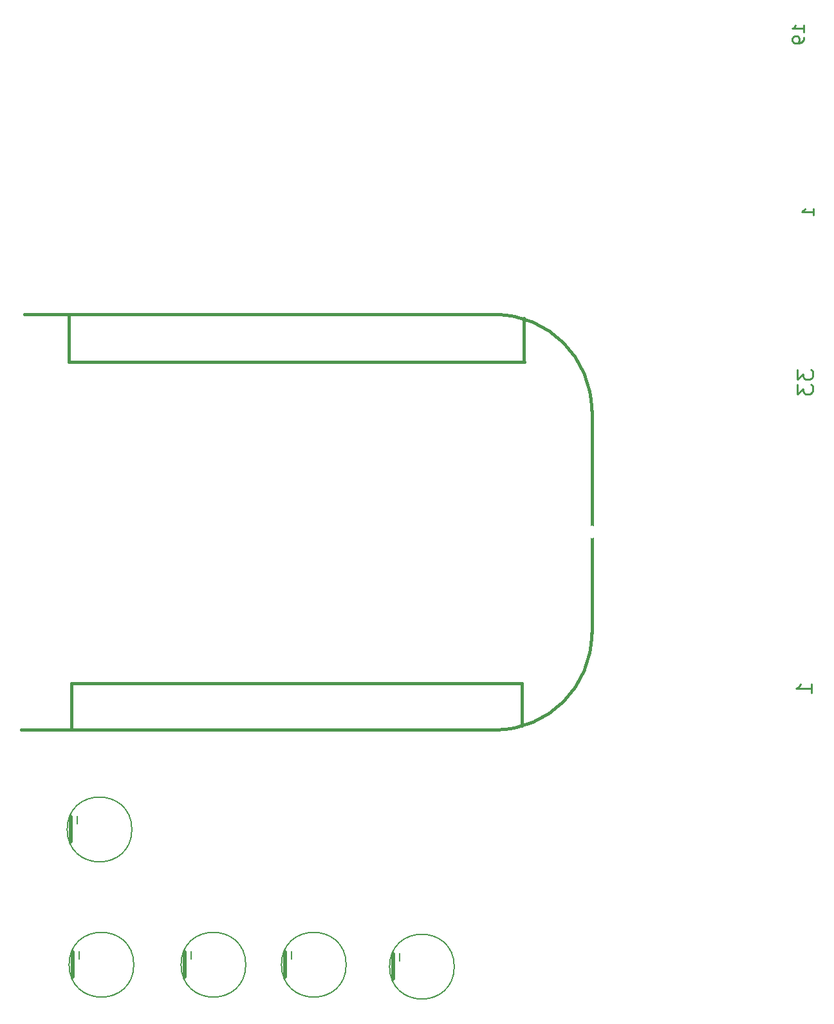
<source format=gbo>
%FSLAX34Y34*%
G04 Gerber Fmt 3.4, Leading zero omitted, Abs format*
G04 (created by PCBNEW (2014-02-12 BZR 4693)-product) date Sun 08 Jun 2014 08:36:32 PM EDT*
%MOIN*%
G01*
G70*
G90*
G04 APERTURE LIST*
%ADD10C,0.006000*%
%ADD11C,0.010000*%
%ADD12C,0.015000*%
%ADD13C,0.020000*%
%ADD14O,0.058724X0.069724*%
%ADD15R,0.058724X0.069724*%
%ADD16C,0.069724*%
%ADD17C,0.134724*%
%ADD18R,0.072724X0.072724*%
%ADD19C,0.072724*%
%ADD20R,0.404724X0.064724*%
%ADD21C,0.083424*%
%ADD22C,0.104724*%
%ADD23R,0.104724X0.104724*%
%ADD24R,0.084724X0.084724*%
%ADD25O,0.084724X0.084724*%
%ADD26O,0.072724X0.072724*%
%ADD27R,0.059724X0.059724*%
%ADD28C,0.059724*%
%ADD29C,0.191724*%
%ADD30R,0.074724X0.074724*%
%ADD31C,0.074724*%
%ADD32C,0.070724*%
%ADD33R,0.092724X0.092724*%
%ADD34R,0.059724X0.084724*%
%ADD35O,0.059724X0.084724*%
%ADD36R,0.084724X0.059724*%
%ADD37O,0.084724X0.059724*%
%ADD38C,0.114724*%
%ADD39C,0.161724*%
%ADD40C,0.064724*%
G04 APERTURE END LIST*
G54D10*
G54D11*
X87086Y-27702D02*
X87086Y-28197D01*
X87391Y-27930D01*
X87391Y-28045D01*
X87429Y-28121D01*
X87467Y-28159D01*
X87544Y-28197D01*
X87734Y-28197D01*
X87810Y-28159D01*
X87848Y-28121D01*
X87886Y-28045D01*
X87886Y-27816D01*
X87848Y-27740D01*
X87810Y-27702D01*
X87086Y-28464D02*
X87086Y-28959D01*
X87391Y-28692D01*
X87391Y-28807D01*
X87429Y-28883D01*
X87467Y-28921D01*
X87544Y-28959D01*
X87734Y-28959D01*
X87810Y-28921D01*
X87848Y-28883D01*
X87886Y-28807D01*
X87886Y-28578D01*
X87848Y-28502D01*
X87810Y-28464D01*
X87841Y-44433D02*
X87841Y-43976D01*
X87841Y-44205D02*
X87041Y-44205D01*
X87156Y-44128D01*
X87232Y-44052D01*
X87270Y-43976D01*
X87436Y-10220D02*
X87436Y-9877D01*
X87436Y-10049D02*
X86836Y-10049D01*
X86922Y-9992D01*
X86979Y-9935D01*
X87007Y-9877D01*
X87436Y-10506D02*
X87436Y-10620D01*
X87407Y-10677D01*
X87379Y-10706D01*
X87293Y-10763D01*
X87179Y-10792D01*
X86950Y-10792D01*
X86893Y-10763D01*
X86865Y-10735D01*
X86836Y-10677D01*
X86836Y-10563D01*
X86865Y-10506D01*
X86893Y-10477D01*
X86950Y-10449D01*
X87093Y-10449D01*
X87150Y-10477D01*
X87179Y-10506D01*
X87207Y-10563D01*
X87207Y-10677D01*
X87179Y-10735D01*
X87150Y-10763D01*
X87093Y-10792D01*
X87921Y-19706D02*
X87921Y-19363D01*
X87921Y-19535D02*
X87321Y-19535D01*
X87407Y-19477D01*
X87464Y-19420D01*
X87492Y-19363D01*
G54D12*
X49350Y-24850D02*
X49350Y-27300D01*
X49370Y-27300D02*
X72950Y-27300D01*
X72930Y-27280D02*
X72930Y-25040D01*
X49510Y-46300D02*
X49510Y-43920D01*
X49510Y-43920D02*
X72830Y-43940D01*
X72830Y-43940D02*
X72830Y-46120D01*
X71450Y-24850D02*
X47050Y-24850D01*
X71450Y-46350D02*
X46900Y-46350D01*
X76450Y-41350D02*
X76450Y-29850D01*
X71450Y-46350D02*
G75*
G03X76450Y-41350I0J5000D01*
G74*
G01*
X76450Y-29850D02*
G75*
G03X71450Y-24850I-5000J0D01*
G74*
G01*
G54D13*
X49450Y-52150D02*
X49450Y-50850D01*
G54D10*
X52627Y-51500D02*
G75*
G03X52627Y-51500I-1677J0D01*
G74*
G01*
X49800Y-51200D02*
X49800Y-50800D01*
G54D13*
X66150Y-59250D02*
X66150Y-57950D01*
G54D10*
X69327Y-58600D02*
G75*
G03X69327Y-58600I-1677J0D01*
G74*
G01*
X66500Y-58300D02*
X66500Y-57900D01*
G54D13*
X60550Y-59150D02*
X60550Y-57850D01*
G54D10*
X63727Y-58500D02*
G75*
G03X63727Y-58500I-1677J0D01*
G74*
G01*
X60900Y-58200D02*
X60900Y-57800D01*
G54D13*
X55350Y-59150D02*
X55350Y-57850D01*
G54D10*
X58527Y-58500D02*
G75*
G03X58527Y-58500I-1677J0D01*
G74*
G01*
X55700Y-58200D02*
X55700Y-57800D01*
G54D13*
X49550Y-59150D02*
X49550Y-57850D01*
G54D10*
X52727Y-58500D02*
G75*
G03X52727Y-58500I-1677J0D01*
G74*
G01*
X49900Y-58200D02*
X49900Y-57800D01*
%LPC*%
G54D14*
X76340Y-54180D03*
X75670Y-54180D03*
X75000Y-54180D03*
X74330Y-54180D03*
G54D15*
X73660Y-54180D03*
G54D16*
X75030Y-59580D03*
G54D17*
X74200Y-43850D03*
X48200Y-45100D03*
X48200Y-26100D03*
X74200Y-27350D03*
G54D18*
X50200Y-45600D03*
G54D19*
X50200Y-44600D03*
X51200Y-45600D03*
X51200Y-44600D03*
X52200Y-45600D03*
X52200Y-44600D03*
X53200Y-45600D03*
X53200Y-44600D03*
X54200Y-45600D03*
X54200Y-44600D03*
X55200Y-45600D03*
X55200Y-44600D03*
X56200Y-45600D03*
X56200Y-44600D03*
X57200Y-45600D03*
X57200Y-44600D03*
X58200Y-45600D03*
X58200Y-44600D03*
X59200Y-45600D03*
X59200Y-44600D03*
X60200Y-45600D03*
X60200Y-44600D03*
X61200Y-45600D03*
X61200Y-44600D03*
X62200Y-45600D03*
X62200Y-44600D03*
X63200Y-45600D03*
X63200Y-44600D03*
X64200Y-45600D03*
X64200Y-44600D03*
X65200Y-45600D03*
X65200Y-44600D03*
X66200Y-45600D03*
X66200Y-44600D03*
X67200Y-45600D03*
X67200Y-44600D03*
X68200Y-45600D03*
X68200Y-44600D03*
X69200Y-45600D03*
X69200Y-44600D03*
X70200Y-45600D03*
X70200Y-44600D03*
X71200Y-45600D03*
X71200Y-44600D03*
X72200Y-45600D03*
X72200Y-44600D03*
G54D18*
X50200Y-26600D03*
G54D19*
X50200Y-25600D03*
X51200Y-26600D03*
X51200Y-25600D03*
X52200Y-26600D03*
X52200Y-25600D03*
X53200Y-26600D03*
X53200Y-25600D03*
X54200Y-26600D03*
X54200Y-25600D03*
X55200Y-26600D03*
X55200Y-25600D03*
X56200Y-26600D03*
X56200Y-25600D03*
X57200Y-26600D03*
X57200Y-25600D03*
X58200Y-26600D03*
X58200Y-25600D03*
X59200Y-26600D03*
X59200Y-25600D03*
X60200Y-26600D03*
X60200Y-25600D03*
X61200Y-26600D03*
X61200Y-25600D03*
X62200Y-26600D03*
X62200Y-25600D03*
X63200Y-26600D03*
X63200Y-25600D03*
X64200Y-26600D03*
X64200Y-25600D03*
X65200Y-26600D03*
X65200Y-25600D03*
X66200Y-26600D03*
X66200Y-25600D03*
X67200Y-26600D03*
X67200Y-25600D03*
X68200Y-26600D03*
X68200Y-25600D03*
X69200Y-26600D03*
X69200Y-25600D03*
X70200Y-26600D03*
X70200Y-25600D03*
X71200Y-26600D03*
X71200Y-25600D03*
X72200Y-26600D03*
X72200Y-25600D03*
G54D20*
X90250Y-19500D03*
X90250Y-18500D03*
X90250Y-17500D03*
X90250Y-16500D03*
X90250Y-15500D03*
X90250Y-14500D03*
X90250Y-13500D03*
X90250Y-12500D03*
X90250Y-11500D03*
X90250Y-10500D03*
G54D21*
X78687Y-48000D03*
X70687Y-48000D03*
G54D22*
X83150Y-59900D03*
G54D23*
X83150Y-53900D03*
G54D22*
X62750Y-50800D03*
G54D23*
X68750Y-50800D03*
G54D24*
X54850Y-24000D03*
G54D25*
X53850Y-24000D03*
G54D18*
X66050Y-40150D03*
G54D26*
X66050Y-39150D03*
X67050Y-40150D03*
X67050Y-39150D03*
G54D27*
X80500Y-36000D03*
G54D28*
X80500Y-37000D03*
X80500Y-38000D03*
X80500Y-39000D03*
X80500Y-40000D03*
X80500Y-41000D03*
X80500Y-42000D03*
X80500Y-43000D03*
X80500Y-44000D03*
X80500Y-45000D03*
X83500Y-45000D03*
X83500Y-44000D03*
X83500Y-43000D03*
X83500Y-42000D03*
X83500Y-41000D03*
X83500Y-40000D03*
X83500Y-39000D03*
X83500Y-38000D03*
X83500Y-37000D03*
X83500Y-36000D03*
G54D27*
X80500Y-23250D03*
G54D28*
X80500Y-24250D03*
X80500Y-25250D03*
X80500Y-26250D03*
X80500Y-27250D03*
X80500Y-28250D03*
X80500Y-29250D03*
X80500Y-30250D03*
X80500Y-31250D03*
X80500Y-32250D03*
X83500Y-32250D03*
X83500Y-31250D03*
X83500Y-30250D03*
X83500Y-29250D03*
X83500Y-28250D03*
X83500Y-27250D03*
X83500Y-26250D03*
X83500Y-25250D03*
X83500Y-24250D03*
X83500Y-23250D03*
G54D27*
X65650Y-22900D03*
G54D28*
X66650Y-22900D03*
X67650Y-22900D03*
X68650Y-22900D03*
X69650Y-22900D03*
X70650Y-22900D03*
X71650Y-22900D03*
X71650Y-19900D03*
X70650Y-19900D03*
X69650Y-19900D03*
X68650Y-19900D03*
X67650Y-19900D03*
X66650Y-19900D03*
X65650Y-19900D03*
G54D27*
X50350Y-18100D03*
G54D28*
X51350Y-18100D03*
X52350Y-18100D03*
X53350Y-18100D03*
X54350Y-18100D03*
X55350Y-18100D03*
X56350Y-18100D03*
X57350Y-18100D03*
X58350Y-18100D03*
X59350Y-18100D03*
X59350Y-15100D03*
X58350Y-15100D03*
X57350Y-15100D03*
X56350Y-15100D03*
X55350Y-15100D03*
X54350Y-15100D03*
X53350Y-15100D03*
X52350Y-15100D03*
X51350Y-15100D03*
X50350Y-15100D03*
G54D27*
X66124Y-37314D03*
G54D28*
X67124Y-37314D03*
X68124Y-37314D03*
X69124Y-37314D03*
X69124Y-34314D03*
X68124Y-34314D03*
X67124Y-34314D03*
X66124Y-34314D03*
G54D27*
X75250Y-16500D03*
G54D28*
X75250Y-17500D03*
X75250Y-18500D03*
X75250Y-19500D03*
X75250Y-20500D03*
X75250Y-21500D03*
X75250Y-22500D03*
X78250Y-22500D03*
X78250Y-21500D03*
X78250Y-20500D03*
X78250Y-19500D03*
X78250Y-18500D03*
X78250Y-17500D03*
X78250Y-16500D03*
G54D18*
X57800Y-30100D03*
G54D26*
X58800Y-30100D03*
X57800Y-31100D03*
X58800Y-31100D03*
X57800Y-32100D03*
X58800Y-32100D03*
X57800Y-33100D03*
X58800Y-33100D03*
X57800Y-34100D03*
X58800Y-34100D03*
X57800Y-35100D03*
X58800Y-35100D03*
X57800Y-36100D03*
X58800Y-36100D03*
X57800Y-37100D03*
X58800Y-37100D03*
X57800Y-38100D03*
X58800Y-38100D03*
X57800Y-39100D03*
X58800Y-39100D03*
G54D18*
X85250Y-19500D03*
G54D26*
X84250Y-19500D03*
X85250Y-18500D03*
X84250Y-18500D03*
X85250Y-17500D03*
X84250Y-17500D03*
X85250Y-16500D03*
X84250Y-16500D03*
X85250Y-15500D03*
X84250Y-15500D03*
X85250Y-14500D03*
X84250Y-14500D03*
X85250Y-13500D03*
X84250Y-13500D03*
X85250Y-12500D03*
X84250Y-12500D03*
X85250Y-11500D03*
X84250Y-11500D03*
X85250Y-10500D03*
X84250Y-10500D03*
G54D18*
X70150Y-11500D03*
G54D26*
X70150Y-10500D03*
X71150Y-11500D03*
X71150Y-10500D03*
X72150Y-11500D03*
X72150Y-10500D03*
X73150Y-11500D03*
X73150Y-10500D03*
X74150Y-11500D03*
X74150Y-10500D03*
X75150Y-11500D03*
X75150Y-10500D03*
X76150Y-11500D03*
X76150Y-10500D03*
X77150Y-11500D03*
X77150Y-10500D03*
X78150Y-11500D03*
X78150Y-10500D03*
X79150Y-11500D03*
X79150Y-10500D03*
G54D29*
X48100Y-62250D03*
X79300Y-7250D03*
X79300Y-62250D03*
X48100Y-7250D03*
G54D30*
X51730Y-51500D03*
G54D31*
X50350Y-51500D03*
G54D30*
X68430Y-58600D03*
G54D31*
X67050Y-58600D03*
G54D30*
X62830Y-58500D03*
G54D31*
X61450Y-58500D03*
G54D30*
X57630Y-58500D03*
G54D31*
X56250Y-58500D03*
G54D30*
X51830Y-58500D03*
G54D31*
X50450Y-58500D03*
G54D18*
X49650Y-11500D03*
G54D26*
X49650Y-10500D03*
X50650Y-11500D03*
X50650Y-10500D03*
X51650Y-11500D03*
X51650Y-10500D03*
X52650Y-11500D03*
X52650Y-10500D03*
X53650Y-11500D03*
X53650Y-10500D03*
X54650Y-11500D03*
X54650Y-10500D03*
X55650Y-11500D03*
X55650Y-10500D03*
X56650Y-11500D03*
X56650Y-10500D03*
X57650Y-11500D03*
X57650Y-10500D03*
X58650Y-11500D03*
X58650Y-10500D03*
X59650Y-11500D03*
X59650Y-10500D03*
X60650Y-11500D03*
X60650Y-10500D03*
X61650Y-11500D03*
X61650Y-10500D03*
X62650Y-11500D03*
X62650Y-10500D03*
X63650Y-11500D03*
X63650Y-10500D03*
X64650Y-11500D03*
X64650Y-10500D03*
X65650Y-11500D03*
X65650Y-10500D03*
G54D32*
X59650Y-50100D03*
X59650Y-51100D03*
G54D20*
X90250Y-44250D03*
X90250Y-43250D03*
X90250Y-42250D03*
X90250Y-41250D03*
X90250Y-40250D03*
X90250Y-39250D03*
X90250Y-38250D03*
X90250Y-37250D03*
X90250Y-36250D03*
X90250Y-35250D03*
X90250Y-34250D03*
X90250Y-33250D03*
X90250Y-32250D03*
X90250Y-31250D03*
X90250Y-30250D03*
X90250Y-29250D03*
X90250Y-28250D03*
G54D33*
X72650Y-31400D03*
X55650Y-52100D03*
X80750Y-59800D03*
X86400Y-49200D03*
G54D34*
X51350Y-14100D03*
G54D35*
X52350Y-14100D03*
X53350Y-14100D03*
X54350Y-14100D03*
X55350Y-14100D03*
X56350Y-14100D03*
X57350Y-14100D03*
X58350Y-14100D03*
G54D36*
X85000Y-24250D03*
G54D37*
X85000Y-25250D03*
X85000Y-26250D03*
X85000Y-27250D03*
X85000Y-28250D03*
X85000Y-29250D03*
X85000Y-30250D03*
X85000Y-31250D03*
G54D36*
X85000Y-39000D03*
G54D37*
X85000Y-40000D03*
X85000Y-41000D03*
X85000Y-42000D03*
X85000Y-43000D03*
X85000Y-44000D03*
X85000Y-45000D03*
X85000Y-46000D03*
G54D23*
X86600Y-58300D03*
G54D38*
X86600Y-56300D03*
X86600Y-54300D03*
X86600Y-52300D03*
G54D39*
X90600Y-53300D03*
X90600Y-57300D03*
G54D22*
X87600Y-51300D03*
X87600Y-59300D03*
G54D16*
X56081Y-42400D03*
X60081Y-42400D03*
X77050Y-25431D03*
X77050Y-29431D03*
X53769Y-40150D03*
X49769Y-40150D03*
X73850Y-19519D03*
X73850Y-15519D03*
X53769Y-41900D03*
X49769Y-41900D03*
X51969Y-19900D03*
X47969Y-19900D03*
X64850Y-55731D03*
X64850Y-59731D03*
X60281Y-53300D03*
X64281Y-53300D03*
X59450Y-59669D03*
X59450Y-55669D03*
X54250Y-55731D03*
X54250Y-59731D03*
X53750Y-48731D03*
X53750Y-52731D03*
X63869Y-48200D03*
X59869Y-48200D03*
X82450Y-47231D03*
X82450Y-51231D03*
X72219Y-42550D03*
X68219Y-42550D03*
X63050Y-34431D03*
X63050Y-38431D03*
X72319Y-39100D03*
X68319Y-39100D03*
X78500Y-59969D03*
X78500Y-55969D03*
X65581Y-32650D03*
X69581Y-32650D03*
X63050Y-28931D03*
X63050Y-32931D03*
X79950Y-16031D03*
X79950Y-20031D03*
X70750Y-50731D03*
X70750Y-54731D03*
G54D40*
X63650Y-21000D03*
X63650Y-22000D03*
X64550Y-16100D03*
X64550Y-17100D03*
X82500Y-34250D03*
X81500Y-34250D03*
X77450Y-36100D03*
X76450Y-36100D03*
X77250Y-14600D03*
X76250Y-14600D03*
X53150Y-21000D03*
X53150Y-22000D03*
X48250Y-16000D03*
X48250Y-17000D03*
X64550Y-35150D03*
X64550Y-36150D03*
X82500Y-21500D03*
X81500Y-21500D03*
X50950Y-48500D03*
X51950Y-48500D03*
X49950Y-48500D03*
X51050Y-55700D03*
X52050Y-55700D03*
X50050Y-55700D03*
X56850Y-55700D03*
X57850Y-55700D03*
X55850Y-55700D03*
X62450Y-55700D03*
X63450Y-55700D03*
X61450Y-55700D03*
X67250Y-55600D03*
X68250Y-55600D03*
X66250Y-55600D03*
G54D31*
X71350Y-56400D03*
X71350Y-58400D03*
X78300Y-52250D03*
X78300Y-50250D03*
X76250Y-52250D03*
X76250Y-50250D03*
X73500Y-52250D03*
X73500Y-50250D03*
M02*

</source>
